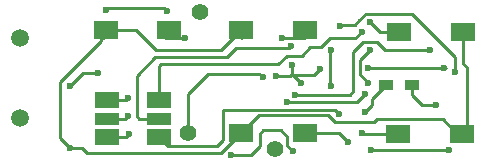
<source format=gbr>
G04 #@! TF.FileFunction,Copper,L2,Bot,Signal*
%FSLAX46Y46*%
G04 Gerber Fmt 4.6, Leading zero omitted, Abs format (unit mm)*
G04 Created by KiCad (PCBNEW 4.0.2-stable) date 08.07.2016 15:13:44*
%MOMM*%
G01*
G04 APERTURE LIST*
%ADD10C,0.100000*%
%ADD11R,2.000000X1.400000*%
%ADD12R,2.000000X1.100000*%
%ADD13R,1.200000X0.900000*%
%ADD14R,2.000000X1.600000*%
%ADD15C,1.500000*%
%ADD16C,1.397000*%
%ADD17C,0.600000*%
%ADD18C,0.250000*%
G04 APERTURE END LIST*
D10*
D11*
X39900500Y-41033500D03*
D12*
X39900500Y-39433500D03*
D11*
X39900500Y-37833500D03*
X44300500Y-37833500D03*
D12*
X44300500Y-39433500D03*
D11*
X44300500Y-41033500D03*
D13*
X63543000Y-36576000D03*
X65743000Y-36576000D03*
D14*
X51275000Y-40640000D03*
X56675000Y-40640000D03*
X69946500Y-40703500D03*
X64546500Y-40703500D03*
X51275000Y-31940500D03*
X56675000Y-31940500D03*
X70010000Y-32067500D03*
X64610000Y-32067500D03*
X39781500Y-31940500D03*
X45181500Y-31940500D03*
D15*
X32575500Y-39404500D03*
X32575500Y-32604500D03*
D16*
X46736000Y-40640000D03*
X54102000Y-41973500D03*
X47815500Y-30416500D03*
D17*
X61785500Y-38862000D03*
X44958000Y-30289500D03*
X39814500Y-30226000D03*
X62166500Y-33655000D03*
X62039500Y-36385500D03*
X68453000Y-35115500D03*
X62039500Y-35115500D03*
X53086000Y-35941000D03*
X60325000Y-41402000D03*
X61468000Y-40640000D03*
X54737000Y-32639000D03*
X62166500Y-31242000D03*
X46545500Y-32575500D03*
X55562500Y-34925000D03*
X39116000Y-35560000D03*
X36766500Y-36639500D03*
X68834000Y-42100500D03*
X62230000Y-42100500D03*
X56324500Y-36385500D03*
X57912000Y-35242500D03*
X54229000Y-35814000D03*
X69405500Y-35496500D03*
X59626500Y-31623000D03*
X67754500Y-38290500D03*
X41783000Y-40767000D03*
X41719500Y-39243000D03*
X41719500Y-37655500D03*
X61468000Y-32067500D03*
X55499000Y-33274000D03*
X59563000Y-39052500D03*
X58864500Y-36639500D03*
X58864500Y-33591500D03*
X55816500Y-37401500D03*
X67246500Y-33591500D03*
X50419000Y-42481500D03*
X55626000Y-42164000D03*
X61785500Y-37338000D03*
X55181500Y-38036500D03*
X36766500Y-41910000D03*
D18*
X62357000Y-38290500D02*
X62357000Y-37762000D01*
X62357000Y-38290500D02*
X61785500Y-38862000D01*
X62357000Y-37762000D02*
X63543000Y-36576000D01*
X41021000Y-30099000D02*
X41021000Y-30035500D01*
X41084500Y-30035500D02*
X41021000Y-30099000D01*
X44704000Y-30035500D02*
X41084500Y-30035500D01*
X44958000Y-30289500D02*
X44704000Y-30035500D01*
X41021000Y-30035500D02*
X41211500Y-30035500D01*
X39814500Y-30226000D02*
X40005000Y-30035500D01*
X40005000Y-30035500D02*
X41021000Y-30035500D01*
X61341000Y-34480500D02*
X62166500Y-33655000D01*
X61341000Y-35687000D02*
X61341000Y-34480500D01*
X62039500Y-36385500D02*
X61341000Y-35687000D01*
X68580000Y-35115500D02*
X68453000Y-35115500D01*
X62039500Y-35115500D02*
X68580000Y-35115500D01*
X46736000Y-37338000D02*
X46736000Y-40640000D01*
X48450500Y-35623500D02*
X46736000Y-37338000D01*
X52768500Y-35623500D02*
X48450500Y-35623500D01*
X53086000Y-35941000D02*
X52768500Y-35623500D01*
X59563000Y-40640000D02*
X56675000Y-40640000D01*
X60325000Y-41402000D02*
X59563000Y-40640000D01*
X61531500Y-40703500D02*
X64546500Y-40703500D01*
X61468000Y-40640000D02*
X61531500Y-40703500D01*
X56675000Y-32639000D02*
X54737000Y-32639000D01*
X64610000Y-32067500D02*
X62992000Y-32067500D01*
X62992000Y-32067500D02*
X62166500Y-31242000D01*
X44800500Y-32575500D02*
X46545500Y-32575500D01*
X55689500Y-35750500D02*
X57404000Y-35750500D01*
X57404000Y-35750500D02*
X57912000Y-35242500D01*
X54229000Y-35814000D02*
X55372000Y-35814000D01*
X55372000Y-35814000D02*
X55562500Y-35623500D01*
X37846000Y-35560000D02*
X39116000Y-35560000D01*
X36766500Y-36639500D02*
X37846000Y-35560000D01*
X62230000Y-42100500D02*
X68834000Y-42100500D01*
X55562500Y-34925000D02*
X55562500Y-35623500D01*
X55562500Y-35623500D02*
X55689500Y-35750500D01*
X55689500Y-35750500D02*
X56324500Y-36385500D01*
X69405500Y-35496500D02*
X69405500Y-34226500D01*
X69405500Y-34226500D02*
X65722500Y-30543500D01*
X65722500Y-30543500D02*
X61849000Y-30543500D01*
X61849000Y-30543500D02*
X61277500Y-31115000D01*
X61277500Y-31115000D02*
X60896500Y-31496000D01*
X59753500Y-31496000D02*
X59626500Y-31623000D01*
X60896500Y-31496000D02*
X59753500Y-31496000D01*
X61277500Y-31115000D02*
X61214000Y-31178500D01*
X65743000Y-36576000D02*
X65743000Y-37422000D01*
X66611500Y-38290500D02*
X67754500Y-38290500D01*
X65743000Y-37422000D02*
X66611500Y-38290500D01*
X39900500Y-41033500D02*
X41516500Y-41033500D01*
X41516500Y-41033500D02*
X41783000Y-40767000D01*
X41465500Y-39433500D02*
X41656000Y-39243000D01*
X41656000Y-39243000D02*
X41719500Y-39243000D01*
X41465500Y-39433500D02*
X39900500Y-39433500D01*
X41541500Y-37833500D02*
X41719500Y-37655500D01*
X39900500Y-37833500D02*
X41541500Y-37833500D01*
X53594000Y-34798000D02*
X54419500Y-34798000D01*
X60896500Y-32639000D02*
X61468000Y-32067500D01*
X58801000Y-32639000D02*
X60896500Y-32639000D01*
X58039000Y-33401000D02*
X58801000Y-32639000D01*
X57086500Y-33401000D02*
X58039000Y-33401000D01*
X56388000Y-34099500D02*
X57086500Y-33401000D01*
X55118000Y-34099500D02*
X56388000Y-34099500D01*
X54419500Y-34798000D02*
X55118000Y-34099500D01*
X44300500Y-37833500D02*
X44300500Y-35011000D01*
X44513500Y-34798000D02*
X53594000Y-34798000D01*
X53594000Y-34798000D02*
X53657500Y-34798000D01*
X44300500Y-35011000D02*
X44513500Y-34798000D01*
X42608500Y-39433500D02*
X44300500Y-39433500D01*
X42418000Y-39243000D02*
X42608500Y-39433500D01*
X42418000Y-35814000D02*
X42418000Y-39243000D01*
X44005500Y-34226500D02*
X42418000Y-35814000D01*
X50038000Y-34226500D02*
X44005500Y-34226500D01*
X50800000Y-33464500D02*
X50038000Y-34226500D01*
X55308500Y-33464500D02*
X50800000Y-33464500D01*
X55499000Y-33274000D02*
X55308500Y-33464500D01*
X50292000Y-38665998D02*
X49726002Y-38665998D01*
X45050000Y-41783000D02*
X44300500Y-41033500D01*
X49212500Y-41783000D02*
X45050000Y-41783000D01*
X49720500Y-41275000D02*
X49212500Y-41783000D01*
X49720500Y-38671500D02*
X49720500Y-41275000D01*
X49726002Y-38665998D02*
X49720500Y-38671500D01*
X59176498Y-38665998D02*
X50292000Y-38665998D01*
X50292000Y-38665998D02*
X50234002Y-38665998D01*
X59563000Y-39052500D02*
X59176498Y-38665998D01*
X58801000Y-36576000D02*
X58864500Y-36639500D01*
X58801000Y-33655000D02*
X58801000Y-36576000D01*
X58864500Y-33591500D02*
X58801000Y-33655000D01*
X62801500Y-32956500D02*
X63436500Y-33591500D01*
X61595000Y-32956500D02*
X62801500Y-32956500D01*
X60769500Y-33782000D02*
X61595000Y-32956500D01*
X60769500Y-37084000D02*
X60769500Y-33782000D01*
X60452000Y-37401500D02*
X60769500Y-37084000D01*
X55816500Y-37401500D02*
X60452000Y-37401500D01*
X63436500Y-33591500D02*
X67246500Y-33591500D01*
X50419000Y-42481500D02*
X52070000Y-42481500D01*
X55181500Y-41719500D02*
X55626000Y-42164000D01*
X55181500Y-40957500D02*
X55181500Y-41719500D01*
X54610000Y-40386000D02*
X55181500Y-40957500D01*
X53149500Y-40386000D02*
X54610000Y-40386000D01*
X52832000Y-40703500D02*
X53149500Y-40386000D01*
X52832000Y-41719500D02*
X52832000Y-40703500D01*
X52070000Y-42481500D02*
X52832000Y-41719500D01*
X55181500Y-38036500D02*
X61087000Y-38036500D01*
X61087000Y-38036500D02*
X61785500Y-37338000D01*
X39781500Y-31940500D02*
X42354500Y-31940500D01*
X49560500Y-33655000D02*
X51275000Y-31940500D01*
X44069000Y-33655000D02*
X49560500Y-33655000D01*
X42354500Y-31940500D02*
X44069000Y-33655000D01*
X51656000Y-31907500D02*
X51656000Y-32067500D01*
X36766500Y-41910000D02*
X37782500Y-41910000D01*
X49560500Y-42354500D02*
X51275000Y-40640000D01*
X38227000Y-42354500D02*
X49560500Y-42354500D01*
X37782500Y-41910000D02*
X38227000Y-42354500D01*
X69946500Y-40703500D02*
X69532500Y-40703500D01*
X69532500Y-40703500D02*
X68326000Y-39497000D01*
X68326000Y-39497000D02*
X62738000Y-39497000D01*
X62738000Y-39497000D02*
X62547500Y-39687500D01*
X62547500Y-39687500D02*
X59182000Y-39687500D01*
X59182000Y-39687500D02*
X58610500Y-39116000D01*
X58610500Y-39116000D02*
X52799000Y-39116000D01*
X52799000Y-39116000D02*
X51275000Y-40640000D01*
X70010000Y-32067500D02*
X70010000Y-34704000D01*
X70421500Y-35115500D02*
X70421500Y-40228500D01*
X70010000Y-34704000D02*
X70421500Y-35115500D01*
X70421500Y-40228500D02*
X69946500Y-40703500D01*
X51625500Y-32288500D02*
X51275000Y-32639000D01*
X39400500Y-32575500D02*
X39687500Y-32575500D01*
X39400500Y-32575500D02*
X39400500Y-32862500D01*
X39400500Y-32862500D02*
X35941000Y-36322000D01*
X35941000Y-36322000D02*
X35941000Y-41084500D01*
X35941000Y-41084500D02*
X36766500Y-41910000D01*
M02*

</source>
